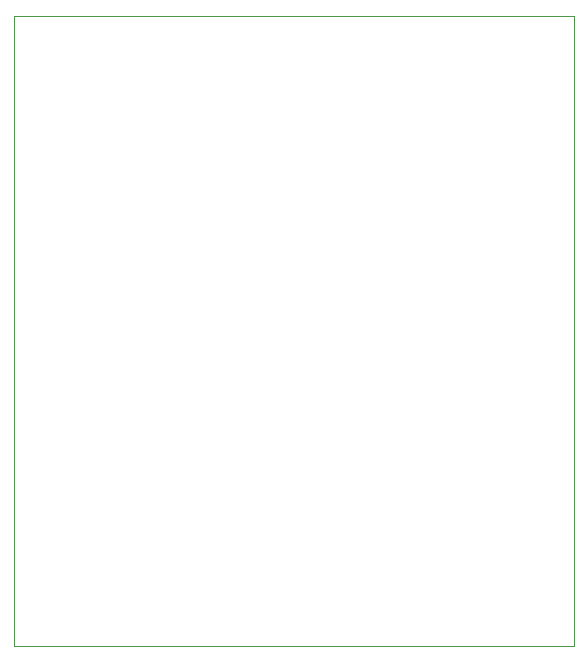
<source format=gbr>
%TF.GenerationSoftware,Altium Limited,Altium Designer,18.0.12 (696)*%
G04 Layer_Color=0*
%FSLAX26Y26*%
%MOIN*%
%TF.FileFunction,Profile,NP*%
%TF.Part,Single*%
G01*
G75*
%TA.AperFunction,Profile*%
%ADD28C,0.001000*%
D28*
X1000000Y1000000D02*
X2866930D01*
Y3099610D01*
X1000000D01*
Y1000000D01*
%TF.MD5,810ab93481e594678dfcae725db85f3e*%
M02*

</source>
